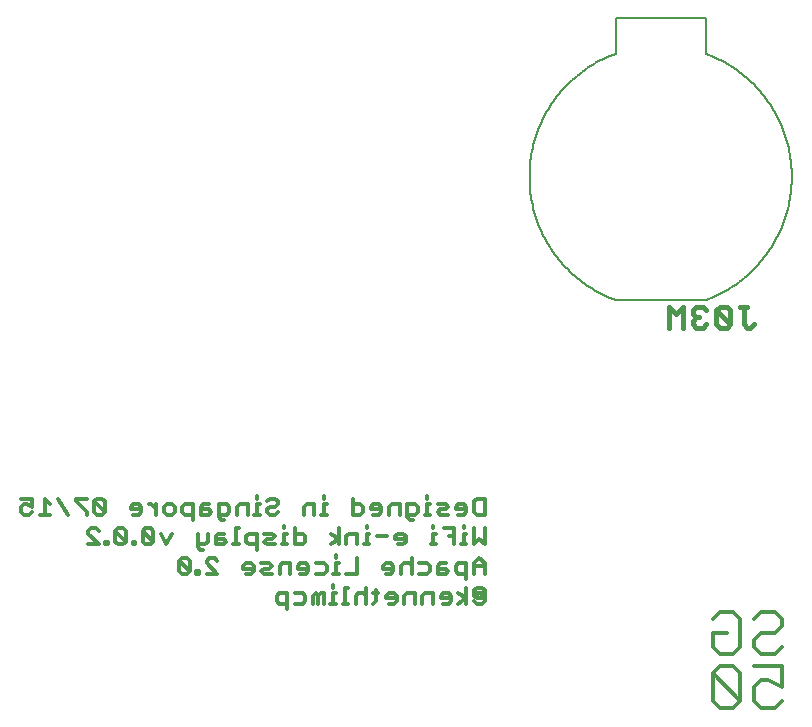
<source format=gbo>
G75*
%MOIN*%
%OFA0B0*%
%FSLAX25Y25*%
%IPPOS*%
%LPD*%
%AMOC8*
5,1,8,0,0,1.08239X$1,22.5*
%
%ADD10C,0.01300*%
%ADD11C,0.01200*%
%ADD12C,0.00800*%
%ADD13C,0.01700*%
D10*
X0155008Y0181082D02*
X0155008Y0186386D01*
X0152356Y0186386D01*
X0151472Y0185502D01*
X0151472Y0183734D01*
X0152356Y0182850D01*
X0155008Y0182850D01*
X0157549Y0182850D02*
X0160201Y0182850D01*
X0161085Y0183734D01*
X0161085Y0185502D01*
X0160201Y0186386D01*
X0157549Y0186386D01*
X0156021Y0192750D02*
X0156021Y0196286D01*
X0153369Y0196286D01*
X0152484Y0195402D01*
X0152484Y0192750D01*
X0149944Y0192750D02*
X0147291Y0192750D01*
X0146407Y0193634D01*
X0147291Y0194518D01*
X0149060Y0194518D01*
X0149944Y0195402D01*
X0149060Y0196286D01*
X0146407Y0196286D01*
X0143866Y0195402D02*
X0143866Y0193634D01*
X0142982Y0192750D01*
X0141214Y0192750D01*
X0140330Y0194518D02*
X0143866Y0194518D01*
X0143866Y0195402D02*
X0142982Y0196286D01*
X0141214Y0196286D01*
X0140330Y0195402D01*
X0140330Y0194518D01*
X0144879Y0200882D02*
X0144879Y0206186D01*
X0142227Y0206186D01*
X0141343Y0205302D01*
X0141343Y0203534D01*
X0142227Y0202650D01*
X0144879Y0202650D01*
X0147420Y0203534D02*
X0148304Y0202650D01*
X0150957Y0202650D01*
X0150072Y0204418D02*
X0148304Y0204418D01*
X0147420Y0203534D01*
X0147420Y0206186D02*
X0150072Y0206186D01*
X0150957Y0205302D01*
X0150072Y0204418D01*
X0153240Y0202650D02*
X0155008Y0202650D01*
X0154124Y0202650D02*
X0154124Y0206186D01*
X0155008Y0206186D01*
X0154124Y0207955D02*
X0154124Y0208839D01*
X0157549Y0207955D02*
X0157549Y0202650D01*
X0160201Y0202650D01*
X0161085Y0203534D01*
X0161085Y0205302D01*
X0160201Y0206186D01*
X0157549Y0206186D01*
X0160587Y0212550D02*
X0160587Y0215202D01*
X0161471Y0216086D01*
X0164124Y0216086D01*
X0164124Y0212550D01*
X0166407Y0212550D02*
X0168175Y0212550D01*
X0167291Y0212550D02*
X0167291Y0216086D01*
X0168175Y0216086D01*
X0167291Y0217855D02*
X0167291Y0218739D01*
X0176793Y0217855D02*
X0176793Y0212550D01*
X0179446Y0212550D01*
X0180330Y0213434D01*
X0180330Y0215202D01*
X0179446Y0216086D01*
X0176793Y0216086D01*
X0182870Y0215202D02*
X0182870Y0214318D01*
X0186407Y0214318D01*
X0186407Y0213434D02*
X0186407Y0215202D01*
X0185523Y0216086D01*
X0183755Y0216086D01*
X0182870Y0215202D01*
X0183755Y0212550D02*
X0185523Y0212550D01*
X0186407Y0213434D01*
X0188948Y0212550D02*
X0188948Y0215202D01*
X0189832Y0216086D01*
X0192484Y0216086D01*
X0192484Y0212550D01*
X0195025Y0212550D02*
X0197677Y0212550D01*
X0198561Y0213434D01*
X0198561Y0215202D01*
X0197677Y0216086D01*
X0195025Y0216086D01*
X0195025Y0211666D01*
X0195909Y0210782D01*
X0196793Y0210782D01*
X0200844Y0212550D02*
X0202613Y0212550D01*
X0201729Y0212550D02*
X0201729Y0216086D01*
X0202613Y0216086D01*
X0201729Y0217855D02*
X0201729Y0218739D01*
X0205153Y0216086D02*
X0207806Y0216086D01*
X0208690Y0215202D01*
X0207806Y0214318D01*
X0206038Y0214318D01*
X0205153Y0213434D01*
X0206038Y0212550D01*
X0208690Y0212550D01*
X0211231Y0214318D02*
X0214767Y0214318D01*
X0214767Y0213434D02*
X0214767Y0215202D01*
X0213883Y0216086D01*
X0212115Y0216086D01*
X0211231Y0215202D01*
X0211231Y0214318D01*
X0212115Y0212550D02*
X0213883Y0212550D01*
X0214767Y0213434D01*
X0217308Y0213434D02*
X0217308Y0216970D01*
X0218192Y0217855D01*
X0220844Y0217855D01*
X0220844Y0212550D01*
X0218192Y0212550D01*
X0217308Y0213434D01*
X0217308Y0207955D02*
X0217308Y0202650D01*
X0219076Y0204418D01*
X0220844Y0202650D01*
X0220844Y0207955D01*
X0214767Y0206186D02*
X0213883Y0206186D01*
X0213883Y0202650D01*
X0214767Y0202650D02*
X0212999Y0202650D01*
X0210716Y0202650D02*
X0210716Y0207955D01*
X0207179Y0207955D01*
X0204638Y0206186D02*
X0203754Y0206186D01*
X0203754Y0202650D01*
X0204638Y0202650D02*
X0202870Y0202650D01*
X0201729Y0196286D02*
X0199076Y0196286D01*
X0201729Y0196286D02*
X0202613Y0195402D01*
X0202613Y0193634D01*
X0201729Y0192750D01*
X0199076Y0192750D01*
X0196535Y0192750D02*
X0196535Y0198055D01*
X0195651Y0196286D02*
X0193883Y0196286D01*
X0192999Y0195402D01*
X0192999Y0192750D01*
X0190458Y0193634D02*
X0190458Y0195402D01*
X0189574Y0196286D01*
X0187806Y0196286D01*
X0186922Y0195402D01*
X0186922Y0194518D01*
X0190458Y0194518D01*
X0190458Y0193634D02*
X0189574Y0192750D01*
X0187806Y0192750D01*
X0184510Y0187270D02*
X0184510Y0183734D01*
X0183626Y0182850D01*
X0181342Y0182850D02*
X0181342Y0188155D01*
X0180458Y0186386D02*
X0178690Y0186386D01*
X0177806Y0185502D01*
X0177806Y0182850D01*
X0175265Y0182850D02*
X0173497Y0182850D01*
X0174381Y0182850D02*
X0174381Y0188155D01*
X0175265Y0188155D01*
X0171214Y0186386D02*
X0170330Y0186386D01*
X0170330Y0182850D01*
X0171214Y0182850D02*
X0169446Y0182850D01*
X0167162Y0182850D02*
X0167162Y0186386D01*
X0166278Y0186386D01*
X0165394Y0185502D01*
X0164510Y0186386D01*
X0163626Y0185502D01*
X0163626Y0182850D01*
X0165394Y0182850D02*
X0165394Y0185502D01*
X0170330Y0188155D02*
X0170330Y0189039D01*
X0170458Y0192750D02*
X0172227Y0192750D01*
X0171343Y0192750D02*
X0171343Y0196286D01*
X0172227Y0196286D01*
X0171343Y0198055D02*
X0171343Y0198939D01*
X0172227Y0202650D02*
X0172227Y0207955D01*
X0169574Y0206186D02*
X0172227Y0204418D01*
X0169574Y0202650D01*
X0174768Y0202650D02*
X0174768Y0205302D01*
X0175652Y0206186D01*
X0178304Y0206186D01*
X0178304Y0202650D01*
X0180587Y0202650D02*
X0182355Y0202650D01*
X0181471Y0202650D02*
X0181471Y0206186D01*
X0182355Y0206186D01*
X0181471Y0207955D02*
X0181471Y0208839D01*
X0184896Y0205302D02*
X0188433Y0205302D01*
X0190973Y0205302D02*
X0190973Y0204418D01*
X0194510Y0204418D01*
X0194510Y0203534D02*
X0194510Y0205302D01*
X0193626Y0206186D01*
X0191857Y0206186D01*
X0190973Y0205302D01*
X0191857Y0202650D02*
X0193626Y0202650D01*
X0194510Y0203534D01*
X0195651Y0196286D02*
X0196535Y0195402D01*
X0205153Y0195402D02*
X0205153Y0192750D01*
X0207806Y0192750D01*
X0208690Y0193634D01*
X0207806Y0194518D01*
X0205153Y0194518D01*
X0205153Y0195402D02*
X0206038Y0196286D01*
X0207806Y0196286D01*
X0211231Y0195402D02*
X0211231Y0193634D01*
X0212115Y0192750D01*
X0214767Y0192750D01*
X0214767Y0190982D02*
X0214767Y0196286D01*
X0212115Y0196286D01*
X0211231Y0195402D01*
X0217308Y0195402D02*
X0220844Y0195402D01*
X0220844Y0196286D02*
X0219076Y0198055D01*
X0217308Y0196286D01*
X0217308Y0192750D01*
X0220844Y0192750D02*
X0220844Y0196286D01*
X0219960Y0188155D02*
X0218192Y0188155D01*
X0217308Y0187270D01*
X0217308Y0185502D01*
X0218192Y0184618D01*
X0218192Y0186386D01*
X0219960Y0186386D01*
X0219960Y0184618D01*
X0218192Y0184618D01*
X0217308Y0183734D02*
X0218192Y0182850D01*
X0219960Y0182850D01*
X0220844Y0183734D01*
X0220844Y0187270D01*
X0219960Y0188155D01*
X0214767Y0188155D02*
X0214767Y0182850D01*
X0214767Y0184618D02*
X0212115Y0186386D01*
X0209703Y0185502D02*
X0208819Y0186386D01*
X0207050Y0186386D01*
X0206166Y0185502D01*
X0206166Y0184618D01*
X0209703Y0184618D01*
X0209703Y0183734D02*
X0209703Y0185502D01*
X0209703Y0183734D02*
X0208819Y0182850D01*
X0207050Y0182850D01*
X0203625Y0182850D02*
X0203625Y0186386D01*
X0200973Y0186386D01*
X0200089Y0185502D01*
X0200089Y0182850D01*
X0197548Y0182850D02*
X0197548Y0186386D01*
X0194896Y0186386D01*
X0194012Y0185502D01*
X0194012Y0182850D01*
X0191471Y0183734D02*
X0191471Y0185502D01*
X0190587Y0186386D01*
X0188819Y0186386D01*
X0187935Y0185502D01*
X0187935Y0184618D01*
X0191471Y0184618D01*
X0191471Y0183734D02*
X0190587Y0182850D01*
X0188819Y0182850D01*
X0185394Y0186386D02*
X0183626Y0186386D01*
X0181342Y0185502D02*
X0180458Y0186386D01*
X0178304Y0192750D02*
X0174767Y0192750D01*
X0178304Y0192750D02*
X0178304Y0198055D01*
X0168175Y0195402D02*
X0168175Y0193634D01*
X0167291Y0192750D01*
X0164639Y0192750D01*
X0162098Y0193634D02*
X0162098Y0195402D01*
X0161214Y0196286D01*
X0159446Y0196286D01*
X0158562Y0195402D01*
X0158562Y0194518D01*
X0162098Y0194518D01*
X0162098Y0193634D02*
X0161214Y0192750D01*
X0159446Y0192750D01*
X0164639Y0196286D02*
X0167291Y0196286D01*
X0168175Y0195402D01*
X0151085Y0212550D02*
X0151969Y0213434D01*
X0151085Y0212550D02*
X0149317Y0212550D01*
X0148433Y0213434D01*
X0148433Y0214318D01*
X0149317Y0215202D01*
X0151085Y0215202D01*
X0151969Y0216086D01*
X0151969Y0216970D01*
X0151085Y0217855D01*
X0149317Y0217855D01*
X0148433Y0216970D01*
X0145892Y0216086D02*
X0145008Y0216086D01*
X0145008Y0212550D01*
X0145892Y0212550D02*
X0144124Y0212550D01*
X0141841Y0212550D02*
X0141841Y0216086D01*
X0139188Y0216086D01*
X0138304Y0215202D01*
X0138304Y0212550D01*
X0135764Y0213434D02*
X0134879Y0212550D01*
X0132227Y0212550D01*
X0132227Y0211666D02*
X0132227Y0216086D01*
X0134879Y0216086D01*
X0135764Y0215202D01*
X0135764Y0213434D01*
X0133995Y0210782D02*
X0133111Y0210782D01*
X0132227Y0211666D01*
X0129686Y0213434D02*
X0128802Y0214318D01*
X0126150Y0214318D01*
X0126150Y0215202D02*
X0126150Y0212550D01*
X0128802Y0212550D01*
X0129686Y0213434D01*
X0128802Y0216086D02*
X0127034Y0216086D01*
X0126150Y0215202D01*
X0123609Y0216086D02*
X0120957Y0216086D01*
X0120073Y0215202D01*
X0120073Y0213434D01*
X0120957Y0212550D01*
X0123609Y0212550D01*
X0123609Y0210782D02*
X0123609Y0216086D01*
X0117532Y0215202D02*
X0117532Y0213434D01*
X0116648Y0212550D01*
X0114880Y0212550D01*
X0113996Y0213434D01*
X0113996Y0215202D01*
X0114880Y0216086D01*
X0116648Y0216086D01*
X0117532Y0215202D01*
X0111455Y0214318D02*
X0109687Y0216086D01*
X0108803Y0216086D01*
X0106390Y0215202D02*
X0105506Y0216086D01*
X0103738Y0216086D01*
X0102854Y0215202D01*
X0102854Y0214318D01*
X0106390Y0214318D01*
X0106390Y0213434D02*
X0106390Y0215202D01*
X0106390Y0213434D02*
X0105506Y0212550D01*
X0103738Y0212550D01*
X0100442Y0207955D02*
X0098674Y0207955D01*
X0097790Y0207070D01*
X0101326Y0203534D01*
X0100442Y0202650D01*
X0098674Y0202650D01*
X0097790Y0203534D01*
X0097790Y0207070D01*
X0100442Y0207955D02*
X0101326Y0207070D01*
X0101326Y0203534D01*
X0103481Y0203534D02*
X0103481Y0202650D01*
X0104365Y0202650D01*
X0104365Y0203534D01*
X0103481Y0203534D01*
X0106906Y0203534D02*
X0107790Y0202650D01*
X0109558Y0202650D01*
X0110442Y0203534D01*
X0106906Y0207070D01*
X0106906Y0203534D01*
X0110442Y0203534D02*
X0110442Y0207070D01*
X0109558Y0207955D01*
X0107790Y0207955D01*
X0106906Y0207070D01*
X0112983Y0206186D02*
X0114751Y0202650D01*
X0116519Y0206186D01*
X0111455Y0212550D02*
X0111455Y0216086D01*
X0125137Y0206186D02*
X0125137Y0201766D01*
X0126021Y0200882D01*
X0126905Y0200882D01*
X0127789Y0202650D02*
X0125137Y0202650D01*
X0127789Y0202650D02*
X0128674Y0203534D01*
X0128674Y0206186D01*
X0131214Y0205302D02*
X0131214Y0202650D01*
X0133867Y0202650D01*
X0134751Y0203534D01*
X0133867Y0204418D01*
X0131214Y0204418D01*
X0131214Y0205302D02*
X0132098Y0206186D01*
X0133867Y0206186D01*
X0137918Y0207955D02*
X0137918Y0202650D01*
X0138802Y0202650D02*
X0137034Y0202650D01*
X0131712Y0197170D02*
X0130828Y0198055D01*
X0129060Y0198055D01*
X0128176Y0197170D01*
X0128176Y0196286D01*
X0131712Y0192750D01*
X0128176Y0192750D01*
X0125635Y0192750D02*
X0124751Y0192750D01*
X0124751Y0193634D01*
X0125635Y0193634D01*
X0125635Y0192750D01*
X0122596Y0193634D02*
X0119060Y0197170D01*
X0119060Y0193634D01*
X0119944Y0192750D01*
X0121712Y0192750D01*
X0122596Y0193634D01*
X0122596Y0197170D01*
X0121712Y0198055D01*
X0119944Y0198055D01*
X0119060Y0197170D01*
X0137918Y0207955D02*
X0138802Y0207955D01*
X0145008Y0217855D02*
X0145008Y0218739D01*
X0094236Y0216970D02*
X0094236Y0213434D01*
X0090700Y0216970D01*
X0090700Y0213434D01*
X0091584Y0212550D01*
X0093352Y0212550D01*
X0094236Y0213434D01*
X0094236Y0216970D02*
X0093352Y0217855D01*
X0091584Y0217855D01*
X0090700Y0216970D01*
X0088159Y0217855D02*
X0084623Y0217855D01*
X0084623Y0216970D01*
X0088159Y0213434D01*
X0088159Y0212550D01*
X0089558Y0207955D02*
X0091326Y0207955D01*
X0092210Y0207070D01*
X0089558Y0207955D02*
X0088674Y0207070D01*
X0088674Y0206186D01*
X0092210Y0202650D01*
X0088674Y0202650D01*
X0094365Y0202650D02*
X0094365Y0203534D01*
X0095249Y0203534D01*
X0095249Y0202650D01*
X0094365Y0202650D01*
X0082082Y0212550D02*
X0078545Y0217855D01*
X0076005Y0216086D02*
X0074236Y0217855D01*
X0074236Y0212550D01*
X0072468Y0212550D02*
X0076005Y0212550D01*
X0069927Y0213434D02*
X0069043Y0212550D01*
X0067275Y0212550D01*
X0066391Y0213434D01*
X0066391Y0215202D01*
X0067275Y0216086D01*
X0068159Y0216086D01*
X0069927Y0215202D01*
X0069927Y0217855D01*
X0066391Y0217855D01*
X0203754Y0208839D02*
X0203754Y0207955D01*
X0208947Y0205302D02*
X0210716Y0205302D01*
X0213883Y0207955D02*
X0213883Y0208839D01*
X0214767Y0184618D02*
X0212115Y0182850D01*
D11*
X0296880Y0177610D02*
X0299182Y0179912D01*
X0303786Y0179912D01*
X0306088Y0177610D01*
X0306088Y0168402D01*
X0303786Y0166100D01*
X0299182Y0166100D01*
X0296880Y0168402D01*
X0296880Y0173006D01*
X0301484Y0173006D01*
X0310692Y0170704D02*
X0310692Y0168402D01*
X0312994Y0166100D01*
X0317598Y0166100D01*
X0319900Y0168402D01*
X0317598Y0173006D02*
X0312994Y0173006D01*
X0310692Y0170704D01*
X0310692Y0177610D02*
X0312994Y0179912D01*
X0317598Y0179912D01*
X0319900Y0177610D01*
X0319900Y0175308D01*
X0317598Y0173006D01*
X0319900Y0161912D02*
X0310692Y0161912D01*
X0306088Y0159610D02*
X0303786Y0161912D01*
X0299182Y0161912D01*
X0296880Y0159610D01*
X0306088Y0150402D01*
X0303786Y0148100D01*
X0299182Y0148100D01*
X0296880Y0150402D01*
X0296880Y0159610D01*
X0306088Y0159610D02*
X0306088Y0150402D01*
X0310692Y0150402D02*
X0310692Y0155006D01*
X0312994Y0157308D01*
X0315296Y0157308D01*
X0319900Y0155006D01*
X0319900Y0161912D01*
X0319900Y0150402D02*
X0317598Y0148100D01*
X0312994Y0148100D01*
X0310692Y0150402D01*
D12*
X0294461Y0284004D02*
X0264539Y0284004D01*
X0294460Y0284004D02*
X0295459Y0284383D01*
X0296448Y0284786D01*
X0297427Y0285213D01*
X0298395Y0285664D01*
X0299352Y0286138D01*
X0300298Y0286635D01*
X0301230Y0287156D01*
X0302150Y0287699D01*
X0303056Y0288264D01*
X0303949Y0288852D01*
X0304826Y0289461D01*
X0305689Y0290091D01*
X0306535Y0290742D01*
X0307366Y0291413D01*
X0308180Y0292105D01*
X0308977Y0292816D01*
X0309756Y0293547D01*
X0310517Y0294296D01*
X0311260Y0295064D01*
X0311984Y0295849D01*
X0312688Y0296652D01*
X0313373Y0297472D01*
X0314037Y0298309D01*
X0314681Y0299161D01*
X0315304Y0300029D01*
X0315905Y0300911D01*
X0316485Y0301809D01*
X0317042Y0302720D01*
X0317578Y0303644D01*
X0318090Y0304581D01*
X0318579Y0305531D01*
X0319046Y0306492D01*
X0319488Y0307464D01*
X0319907Y0308447D01*
X0320301Y0309439D01*
X0320672Y0310441D01*
X0321017Y0311452D01*
X0321338Y0312471D01*
X0321634Y0313497D01*
X0321905Y0314530D01*
X0322150Y0315570D01*
X0322370Y0316615D01*
X0322565Y0317665D01*
X0322734Y0318720D01*
X0322876Y0319778D01*
X0322994Y0320840D01*
X0323085Y0321904D01*
X0323150Y0322971D01*
X0323189Y0324038D01*
X0323202Y0325106D01*
X0323189Y0326174D01*
X0323150Y0327241D01*
X0323085Y0328308D01*
X0322994Y0329372D01*
X0322876Y0330434D01*
X0322734Y0331492D01*
X0322565Y0332547D01*
X0322370Y0333597D01*
X0322150Y0334642D01*
X0321905Y0335682D01*
X0321634Y0336715D01*
X0321338Y0337741D01*
X0321017Y0338760D01*
X0320672Y0339771D01*
X0320301Y0340773D01*
X0319907Y0341765D01*
X0319488Y0342748D01*
X0319046Y0343720D01*
X0318579Y0344681D01*
X0318090Y0345631D01*
X0317578Y0346568D01*
X0317042Y0347492D01*
X0316485Y0348403D01*
X0315905Y0349301D01*
X0315304Y0350183D01*
X0314681Y0351051D01*
X0314037Y0351903D01*
X0313373Y0352740D01*
X0312688Y0353560D01*
X0311984Y0354363D01*
X0311260Y0355148D01*
X0310517Y0355916D01*
X0309756Y0356665D01*
X0308977Y0357396D01*
X0308180Y0358107D01*
X0307366Y0358799D01*
X0306535Y0359470D01*
X0305689Y0360121D01*
X0304826Y0360751D01*
X0303949Y0361360D01*
X0303056Y0361948D01*
X0302150Y0362513D01*
X0301230Y0363056D01*
X0300298Y0363577D01*
X0299352Y0364074D01*
X0298395Y0364548D01*
X0297427Y0364999D01*
X0296448Y0365426D01*
X0295459Y0365829D01*
X0294460Y0366208D01*
X0294461Y0366209D02*
X0294461Y0377941D01*
X0264539Y0377941D01*
X0264539Y0366209D01*
X0264540Y0366208D02*
X0263541Y0365829D01*
X0262552Y0365426D01*
X0261573Y0364999D01*
X0260605Y0364548D01*
X0259648Y0364074D01*
X0258702Y0363577D01*
X0257770Y0363056D01*
X0256850Y0362513D01*
X0255944Y0361948D01*
X0255051Y0361360D01*
X0254174Y0360751D01*
X0253311Y0360121D01*
X0252465Y0359470D01*
X0251634Y0358799D01*
X0250820Y0358107D01*
X0250023Y0357396D01*
X0249244Y0356665D01*
X0248483Y0355916D01*
X0247740Y0355148D01*
X0247016Y0354363D01*
X0246312Y0353560D01*
X0245627Y0352740D01*
X0244963Y0351903D01*
X0244319Y0351051D01*
X0243696Y0350183D01*
X0243095Y0349301D01*
X0242515Y0348403D01*
X0241958Y0347492D01*
X0241422Y0346568D01*
X0240910Y0345631D01*
X0240421Y0344681D01*
X0239954Y0343720D01*
X0239512Y0342748D01*
X0239093Y0341765D01*
X0238699Y0340773D01*
X0238328Y0339771D01*
X0237983Y0338760D01*
X0237662Y0337741D01*
X0237366Y0336715D01*
X0237095Y0335682D01*
X0236850Y0334642D01*
X0236630Y0333597D01*
X0236435Y0332547D01*
X0236266Y0331492D01*
X0236124Y0330434D01*
X0236006Y0329372D01*
X0235915Y0328308D01*
X0235850Y0327241D01*
X0235811Y0326174D01*
X0235798Y0325106D01*
X0235811Y0324038D01*
X0235850Y0322971D01*
X0235915Y0321904D01*
X0236006Y0320840D01*
X0236124Y0319778D01*
X0236266Y0318720D01*
X0236435Y0317665D01*
X0236630Y0316615D01*
X0236850Y0315570D01*
X0237095Y0314530D01*
X0237366Y0313497D01*
X0237662Y0312471D01*
X0237983Y0311452D01*
X0238328Y0310441D01*
X0238699Y0309439D01*
X0239093Y0308447D01*
X0239512Y0307464D01*
X0239954Y0306492D01*
X0240421Y0305531D01*
X0240910Y0304581D01*
X0241422Y0303644D01*
X0241958Y0302720D01*
X0242515Y0301809D01*
X0243095Y0300911D01*
X0243696Y0300029D01*
X0244319Y0299161D01*
X0244963Y0298309D01*
X0245627Y0297472D01*
X0246312Y0296652D01*
X0247016Y0295849D01*
X0247740Y0295064D01*
X0248483Y0294296D01*
X0249244Y0293547D01*
X0250023Y0292816D01*
X0250820Y0292105D01*
X0251634Y0291413D01*
X0252465Y0290742D01*
X0253311Y0290091D01*
X0254174Y0289461D01*
X0255051Y0288852D01*
X0255944Y0288264D01*
X0256850Y0287699D01*
X0257770Y0287156D01*
X0258702Y0286635D01*
X0259648Y0286138D01*
X0260605Y0285664D01*
X0261573Y0285213D01*
X0262552Y0284786D01*
X0263541Y0284383D01*
X0264540Y0284004D01*
D13*
X0282223Y0281756D02*
X0282223Y0274850D01*
X0286827Y0274850D02*
X0286827Y0281756D01*
X0284525Y0279454D01*
X0282223Y0281756D01*
X0290142Y0280605D02*
X0290142Y0279454D01*
X0291293Y0278303D01*
X0290142Y0277152D01*
X0290142Y0276001D01*
X0291293Y0274850D01*
X0293595Y0274850D01*
X0294746Y0276001D01*
X0292444Y0278303D02*
X0291293Y0278303D01*
X0290142Y0280605D02*
X0291293Y0281756D01*
X0293595Y0281756D01*
X0294746Y0280605D01*
X0298060Y0280605D02*
X0298060Y0276001D01*
X0299211Y0274850D01*
X0301513Y0274850D01*
X0302664Y0276001D01*
X0298060Y0280605D01*
X0299211Y0281756D01*
X0301513Y0281756D01*
X0302664Y0280605D01*
X0302664Y0276001D01*
X0307130Y0276001D02*
X0307130Y0281756D01*
X0308281Y0281756D02*
X0305979Y0281756D01*
X0307130Y0276001D02*
X0308281Y0274850D01*
X0309432Y0274850D01*
X0310583Y0276001D01*
M02*

</source>
